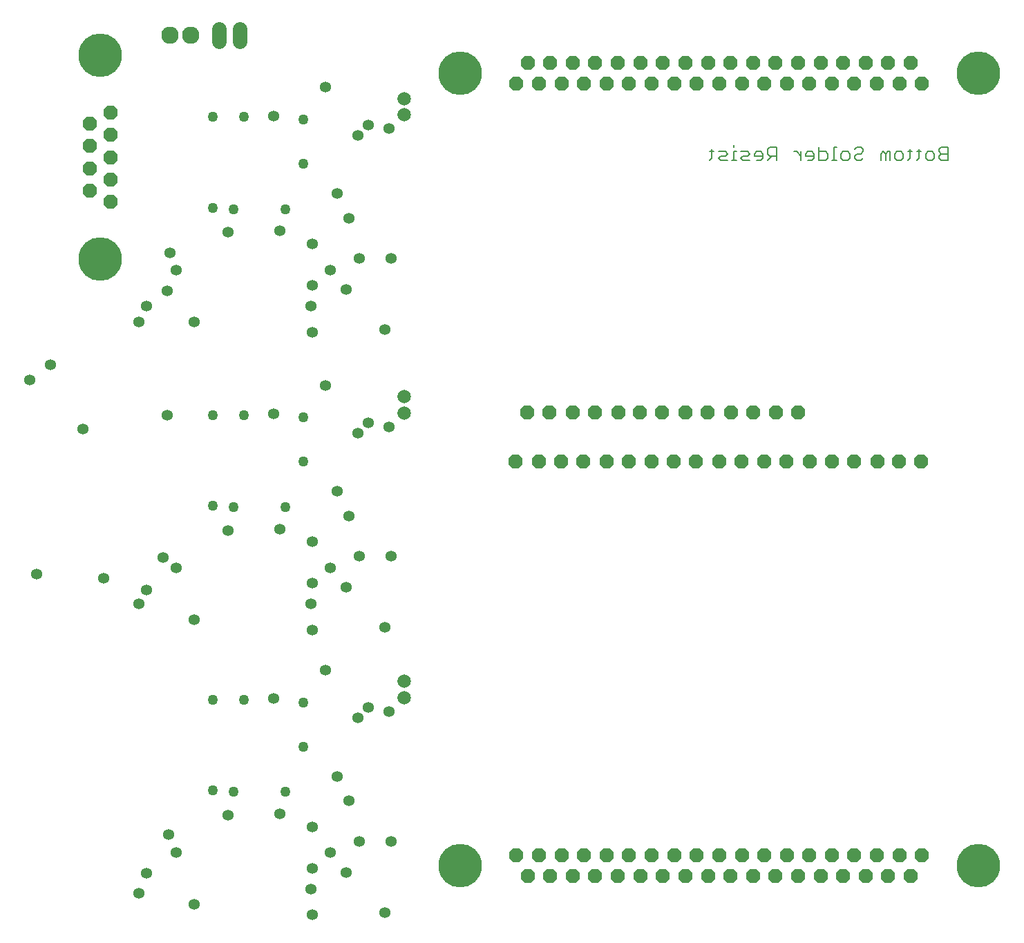
<source format=gbs>
G75*
%MOIN*%
%OFA0B0*%
%FSLAX25Y25*%
%IPPOS*%
%LPD*%
%AMOC8*
5,1,8,0,0,1.08239X$1,22.5*
%
%ADD10C,0.00600*%
%ADD11C,0.05543*%
%ADD12C,0.06528*%
%ADD13OC8,0.06000*%
%ADD14OC8,0.06984*%
%ADD15C,0.20000*%
%ADD16C,0.20984*%
%ADD17C,0.06000*%
%ADD18C,0.06984*%
%ADD19C,0.07400*%
%ADD20C,0.08384*%
%ADD21C,0.03969*%
%ADD22C,0.04953*%
%ADD23C,0.04362*%
%ADD24C,0.05346*%
D10*
X0471269Y0440550D02*
X0472336Y0441618D01*
X0472336Y0445888D01*
X0471269Y0444820D02*
X0473404Y0444820D01*
X0475579Y0444820D02*
X0478782Y0444820D01*
X0479849Y0443753D01*
X0478782Y0442685D01*
X0476647Y0442685D01*
X0475579Y0441618D01*
X0476647Y0440550D01*
X0479849Y0440550D01*
X0482011Y0440550D02*
X0484146Y0440550D01*
X0483079Y0440550D02*
X0483079Y0444820D01*
X0484146Y0444820D01*
X0486321Y0444820D02*
X0489524Y0444820D01*
X0490592Y0443753D01*
X0489524Y0442685D01*
X0487389Y0442685D01*
X0486321Y0441618D01*
X0487389Y0440550D01*
X0490592Y0440550D01*
X0492767Y0442685D02*
X0497037Y0442685D01*
X0497037Y0441618D02*
X0497037Y0443753D01*
X0495970Y0444820D01*
X0493835Y0444820D01*
X0492767Y0443753D01*
X0492767Y0442685D01*
X0493835Y0440550D02*
X0495970Y0440550D01*
X0497037Y0441618D01*
X0499212Y0440550D02*
X0501348Y0442685D01*
X0500280Y0442685D02*
X0503483Y0442685D01*
X0503483Y0440550D02*
X0503483Y0446955D01*
X0500280Y0446955D01*
X0499212Y0445888D01*
X0499212Y0443753D01*
X0500280Y0442685D01*
X0512097Y0444820D02*
X0513164Y0444820D01*
X0515300Y0442685D01*
X0515300Y0440550D02*
X0515300Y0444820D01*
X0517475Y0443753D02*
X0517475Y0442685D01*
X0521745Y0442685D01*
X0521745Y0441618D02*
X0521745Y0443753D01*
X0520677Y0444820D01*
X0518542Y0444820D01*
X0517475Y0443753D01*
X0518542Y0440550D02*
X0520677Y0440550D01*
X0521745Y0441618D01*
X0523920Y0440550D02*
X0527123Y0440550D01*
X0528191Y0441618D01*
X0528191Y0443753D01*
X0527123Y0444820D01*
X0523920Y0444820D01*
X0523920Y0446955D02*
X0523920Y0440550D01*
X0530352Y0440550D02*
X0532488Y0440550D01*
X0531420Y0440550D02*
X0531420Y0446955D01*
X0532488Y0446955D01*
X0534663Y0443753D02*
X0535730Y0444820D01*
X0537865Y0444820D01*
X0538933Y0443753D01*
X0538933Y0441618D01*
X0537865Y0440550D01*
X0535730Y0440550D01*
X0534663Y0441618D01*
X0534663Y0443753D01*
X0541108Y0442685D02*
X0541108Y0441618D01*
X0542176Y0440550D01*
X0544311Y0440550D01*
X0545379Y0441618D01*
X0544311Y0443753D02*
X0542176Y0443753D01*
X0541108Y0442685D01*
X0541108Y0445888D02*
X0542176Y0446955D01*
X0544311Y0446955D01*
X0545379Y0445888D01*
X0545379Y0444820D01*
X0544311Y0443753D01*
X0553999Y0443753D02*
X0553999Y0440550D01*
X0556134Y0440550D02*
X0556134Y0443753D01*
X0555067Y0444820D01*
X0553999Y0443753D01*
X0556134Y0443753D02*
X0557202Y0444820D01*
X0558270Y0444820D01*
X0558270Y0440550D01*
X0560445Y0441618D02*
X0560445Y0443753D01*
X0561512Y0444820D01*
X0563647Y0444820D01*
X0564715Y0443753D01*
X0564715Y0441618D01*
X0563647Y0440550D01*
X0561512Y0440550D01*
X0560445Y0441618D01*
X0566877Y0440550D02*
X0567944Y0441618D01*
X0567944Y0445888D01*
X0566877Y0444820D02*
X0569012Y0444820D01*
X0571174Y0444820D02*
X0573309Y0444820D01*
X0572241Y0445888D02*
X0572241Y0441618D01*
X0571174Y0440550D01*
X0575484Y0441618D02*
X0575484Y0443753D01*
X0576552Y0444820D01*
X0578687Y0444820D01*
X0579755Y0443753D01*
X0579755Y0441618D01*
X0578687Y0440550D01*
X0576552Y0440550D01*
X0575484Y0441618D01*
X0581930Y0441618D02*
X0582997Y0440550D01*
X0586200Y0440550D01*
X0586200Y0446955D01*
X0582997Y0446955D01*
X0581930Y0445888D01*
X0581930Y0444820D01*
X0582997Y0443753D01*
X0586200Y0443753D01*
X0582997Y0443753D02*
X0581930Y0442685D01*
X0581930Y0441618D01*
X0483079Y0446955D02*
X0483079Y0448023D01*
D11*
X0324000Y0462563D03*
X0324000Y0470437D03*
X0324000Y0326687D03*
X0324000Y0318813D03*
X0324000Y0189187D03*
X0324000Y0181313D03*
D12*
X0324000Y0181313D03*
X0324000Y0189187D03*
X0324000Y0318813D03*
X0324000Y0326687D03*
X0324000Y0462563D03*
X0324000Y0470437D03*
D13*
X0378075Y0477750D03*
X0388975Y0477750D03*
X0399775Y0477750D03*
X0410675Y0477750D03*
X0421575Y0477750D03*
X0432375Y0477750D03*
X0443275Y0477750D03*
X0454175Y0477750D03*
X0464975Y0477750D03*
X0475875Y0477750D03*
X0486775Y0477750D03*
X0497575Y0477750D03*
X0508475Y0477750D03*
X0519375Y0477750D03*
X0530275Y0477750D03*
X0541075Y0477750D03*
X0551975Y0477750D03*
X0562875Y0477750D03*
X0573675Y0477750D03*
X0568275Y0487750D03*
X0557375Y0487750D03*
X0546575Y0487750D03*
X0535675Y0487750D03*
X0524775Y0487750D03*
X0513975Y0487750D03*
X0503075Y0487750D03*
X0492175Y0487750D03*
X0481275Y0487750D03*
X0470475Y0487750D03*
X0459575Y0487750D03*
X0448675Y0487750D03*
X0437875Y0487750D03*
X0426975Y0487750D03*
X0416075Y0487750D03*
X0405275Y0487750D03*
X0394375Y0487750D03*
X0383475Y0487750D03*
X0182125Y0463725D03*
X0172125Y0458325D03*
X0182125Y0452925D03*
X0172125Y0447525D03*
X0182125Y0442125D03*
X0172125Y0436725D03*
X0182125Y0431325D03*
X0172125Y0425925D03*
X0182125Y0420525D03*
X0383375Y0319000D03*
X0394000Y0319000D03*
X0405250Y0319000D03*
X0415875Y0319000D03*
X0427125Y0319000D03*
X0437750Y0319000D03*
X0448375Y0319000D03*
X0459625Y0319000D03*
X0470250Y0319000D03*
X0481500Y0319000D03*
X0492125Y0319000D03*
X0503375Y0319000D03*
X0514000Y0319000D03*
X0508375Y0295250D03*
X0497750Y0295250D03*
X0486500Y0295250D03*
X0475875Y0295250D03*
X0464625Y0295250D03*
X0454000Y0295250D03*
X0443375Y0295250D03*
X0432125Y0295250D03*
X0421500Y0295250D03*
X0410250Y0295250D03*
X0399625Y0295250D03*
X0389000Y0295250D03*
X0377750Y0295250D03*
X0519625Y0295250D03*
X0530250Y0295250D03*
X0540875Y0295250D03*
X0552125Y0295250D03*
X0562750Y0295250D03*
X0573375Y0295250D03*
X0573675Y0105250D03*
X0562775Y0105250D03*
X0551975Y0105250D03*
X0541075Y0105250D03*
X0530175Y0105250D03*
X0519375Y0105250D03*
X0508475Y0105250D03*
X0497575Y0105250D03*
X0486775Y0105250D03*
X0475875Y0105250D03*
X0464975Y0105250D03*
X0454175Y0105250D03*
X0443275Y0105250D03*
X0432375Y0105250D03*
X0421475Y0105250D03*
X0410675Y0105250D03*
X0399775Y0105250D03*
X0388875Y0105250D03*
X0378075Y0105250D03*
X0383475Y0095250D03*
X0394375Y0095250D03*
X0405175Y0095250D03*
X0416075Y0095250D03*
X0426975Y0095250D03*
X0437875Y0095250D03*
X0448675Y0095250D03*
X0459575Y0095250D03*
X0470475Y0095250D03*
X0481275Y0095250D03*
X0492175Y0095250D03*
X0503075Y0095250D03*
X0513875Y0095250D03*
X0524775Y0095250D03*
X0535675Y0095250D03*
X0546475Y0095250D03*
X0557375Y0095250D03*
X0568275Y0095250D03*
D14*
X0568275Y0095250D03*
X0557375Y0095250D03*
X0546475Y0095250D03*
X0535675Y0095250D03*
X0524775Y0095250D03*
X0513875Y0095250D03*
X0503075Y0095250D03*
X0492175Y0095250D03*
X0481275Y0095250D03*
X0470475Y0095250D03*
X0459575Y0095250D03*
X0448675Y0095250D03*
X0437875Y0095250D03*
X0426975Y0095250D03*
X0416075Y0095250D03*
X0405175Y0095250D03*
X0394375Y0095250D03*
X0383475Y0095250D03*
X0378075Y0105250D03*
X0388875Y0105250D03*
X0399775Y0105250D03*
X0410675Y0105250D03*
X0421475Y0105250D03*
X0432375Y0105250D03*
X0443275Y0105250D03*
X0454175Y0105250D03*
X0464975Y0105250D03*
X0475875Y0105250D03*
X0486775Y0105250D03*
X0497575Y0105250D03*
X0508475Y0105250D03*
X0519375Y0105250D03*
X0530175Y0105250D03*
X0541075Y0105250D03*
X0551975Y0105250D03*
X0562775Y0105250D03*
X0573675Y0105250D03*
X0573375Y0295250D03*
X0562750Y0295250D03*
X0552125Y0295250D03*
X0540875Y0295250D03*
X0530250Y0295250D03*
X0519625Y0295250D03*
X0508375Y0295250D03*
X0497750Y0295250D03*
X0486500Y0295250D03*
X0475875Y0295250D03*
X0464625Y0295250D03*
X0454000Y0295250D03*
X0443375Y0295250D03*
X0432125Y0295250D03*
X0421500Y0295250D03*
X0410250Y0295250D03*
X0399625Y0295250D03*
X0389000Y0295250D03*
X0377750Y0295250D03*
X0383375Y0319000D03*
X0394000Y0319000D03*
X0405250Y0319000D03*
X0415875Y0319000D03*
X0427125Y0319000D03*
X0437750Y0319000D03*
X0448375Y0319000D03*
X0459625Y0319000D03*
X0470250Y0319000D03*
X0481500Y0319000D03*
X0492125Y0319000D03*
X0503375Y0319000D03*
X0514000Y0319000D03*
X0519375Y0477750D03*
X0530275Y0477750D03*
X0541075Y0477750D03*
X0551975Y0477750D03*
X0562875Y0477750D03*
X0573675Y0477750D03*
X0568275Y0487750D03*
X0557375Y0487750D03*
X0546575Y0487750D03*
X0535675Y0487750D03*
X0524775Y0487750D03*
X0513975Y0487750D03*
X0503075Y0487750D03*
X0492175Y0487750D03*
X0481275Y0487750D03*
X0470475Y0487750D03*
X0459575Y0487750D03*
X0448675Y0487750D03*
X0437875Y0487750D03*
X0426975Y0487750D03*
X0416075Y0487750D03*
X0405275Y0487750D03*
X0394375Y0487750D03*
X0383475Y0487750D03*
X0378075Y0477750D03*
X0388975Y0477750D03*
X0399775Y0477750D03*
X0410675Y0477750D03*
X0421575Y0477750D03*
X0432375Y0477750D03*
X0443275Y0477750D03*
X0454175Y0477750D03*
X0464975Y0477750D03*
X0475875Y0477750D03*
X0486775Y0477750D03*
X0497575Y0477750D03*
X0508475Y0477750D03*
X0182125Y0463725D03*
X0172125Y0458325D03*
X0182125Y0452925D03*
X0172125Y0447525D03*
X0182125Y0442125D03*
X0172125Y0436725D03*
X0182125Y0431325D03*
X0172125Y0425925D03*
X0182125Y0420525D03*
D15*
X0177125Y0392825D03*
X0177125Y0491425D03*
X0350875Y0482750D03*
X0600875Y0482750D03*
X0600875Y0100250D03*
X0350875Y0100250D03*
D16*
X0350875Y0100250D03*
X0600875Y0100250D03*
X0177125Y0392825D03*
X0177125Y0491425D03*
X0350875Y0482750D03*
X0600875Y0482750D03*
D17*
X0244625Y0497875D02*
X0244625Y0503875D01*
X0234625Y0503875D02*
X0234625Y0497875D01*
D18*
X0234625Y0503875D01*
X0244625Y0503875D02*
X0244625Y0497875D01*
D19*
X0220875Y0500875D03*
X0210875Y0500875D03*
D20*
X0210875Y0500875D03*
X0220875Y0500875D03*
D21*
X0231500Y0461500D03*
X0246500Y0461500D03*
X0275250Y0460250D03*
X0275250Y0439000D03*
X0266500Y0417125D03*
X0241500Y0417125D03*
X0231500Y0417750D03*
X0231500Y0317750D03*
X0246500Y0317750D03*
X0275250Y0316500D03*
X0275250Y0295250D03*
X0266500Y0273375D03*
X0241500Y0273375D03*
X0231500Y0274000D03*
X0231500Y0180250D03*
X0246500Y0180250D03*
X0275250Y0179000D03*
X0275250Y0157750D03*
X0266500Y0135875D03*
X0241500Y0135875D03*
X0231500Y0136500D03*
D22*
X0231500Y0136500D03*
X0241500Y0135875D03*
X0266500Y0135875D03*
X0275250Y0157750D03*
X0275250Y0179000D03*
X0246500Y0180250D03*
X0231500Y0180250D03*
X0241500Y0273375D03*
X0231500Y0274000D03*
X0266500Y0273375D03*
X0275250Y0295250D03*
X0275250Y0316500D03*
X0246500Y0317750D03*
X0231500Y0317750D03*
X0241500Y0417125D03*
X0231500Y0417750D03*
X0266500Y0417125D03*
X0275250Y0439000D03*
X0275250Y0460250D03*
X0246500Y0461500D03*
X0231500Y0461500D03*
D23*
X0260875Y0462125D03*
X0285875Y0475875D03*
X0306500Y0457750D03*
X0301500Y0452750D03*
X0316500Y0455875D03*
X0291500Y0424625D03*
X0297125Y0412750D03*
X0279625Y0400250D03*
X0264000Y0406500D03*
X0239000Y0405875D03*
X0210875Y0395875D03*
X0214000Y0387750D03*
X0209625Y0377750D03*
X0199625Y0370250D03*
X0195875Y0362750D03*
X0222750Y0362750D03*
X0279000Y0370250D03*
X0279625Y0380250D03*
X0288375Y0387750D03*
X0295875Y0378375D03*
X0302125Y0393375D03*
X0317750Y0393375D03*
X0314625Y0359000D03*
X0279625Y0357750D03*
X0285875Y0332125D03*
X0306500Y0314000D03*
X0301500Y0309000D03*
X0316500Y0312125D03*
X0291500Y0280875D03*
X0297125Y0269000D03*
X0302125Y0249625D03*
X0288375Y0244000D03*
X0279625Y0236500D03*
X0279000Y0226500D03*
X0279625Y0214000D03*
X0295875Y0234625D03*
X0317750Y0249625D03*
X0314625Y0215250D03*
X0285875Y0194625D03*
X0306500Y0176500D03*
X0301500Y0171500D03*
X0316500Y0174625D03*
X0291500Y0143375D03*
X0297125Y0131500D03*
X0279625Y0119000D03*
X0264000Y0125250D03*
X0239000Y0124625D03*
X0210250Y0115250D03*
X0214000Y0106500D03*
X0199625Y0096500D03*
X0195875Y0087125D03*
X0222750Y0081500D03*
X0279000Y0089000D03*
X0279625Y0099000D03*
X0288375Y0106500D03*
X0295875Y0097125D03*
X0302125Y0112125D03*
X0317750Y0112125D03*
X0314625Y0077750D03*
X0279625Y0076500D03*
X0260875Y0180875D03*
X0222750Y0219000D03*
X0199625Y0233375D03*
X0195875Y0226500D03*
X0179000Y0239000D03*
X0207750Y0249000D03*
X0214000Y0244000D03*
X0239000Y0262125D03*
X0264000Y0262750D03*
X0279625Y0256500D03*
X0260875Y0318375D03*
X0209625Y0317750D03*
X0169000Y0310875D03*
X0143375Y0334625D03*
X0153375Y0342125D03*
X0172350Y0436500D03*
X0146500Y0240875D03*
D24*
X0195875Y0087125D03*
X0199625Y0096500D03*
X0214000Y0106500D03*
X0210250Y0115250D03*
X0239000Y0124625D03*
X0264000Y0125250D03*
X0279625Y0119000D03*
X0288375Y0106500D03*
X0295875Y0097125D03*
X0302125Y0112125D03*
X0317750Y0112125D03*
X0297125Y0131500D03*
X0291500Y0143375D03*
X0301500Y0171500D03*
X0306500Y0176500D03*
X0316500Y0174625D03*
X0285875Y0194625D03*
X0260875Y0180875D03*
X0279625Y0214000D03*
X0279000Y0226500D03*
X0279625Y0236500D03*
X0288375Y0244000D03*
X0302125Y0249625D03*
X0317750Y0249625D03*
X0295875Y0234625D03*
X0314625Y0215250D03*
X0279625Y0256500D03*
X0264000Y0262750D03*
X0239000Y0262125D03*
X0214000Y0244000D03*
X0207750Y0249000D03*
X0199625Y0233375D03*
X0195875Y0226500D03*
X0179000Y0239000D03*
X0146500Y0240875D03*
X0222750Y0219000D03*
X0297125Y0269000D03*
X0291500Y0280875D03*
X0301500Y0309000D03*
X0306500Y0314000D03*
X0316500Y0312125D03*
X0285875Y0332125D03*
X0260875Y0318375D03*
X0279625Y0357750D03*
X0279000Y0370250D03*
X0279625Y0380250D03*
X0288375Y0387750D03*
X0295875Y0378375D03*
X0302125Y0393375D03*
X0317750Y0393375D03*
X0297125Y0412750D03*
X0291500Y0424625D03*
X0279625Y0400250D03*
X0264000Y0406500D03*
X0239000Y0405875D03*
X0210875Y0395875D03*
X0214000Y0387750D03*
X0209625Y0377750D03*
X0199625Y0370250D03*
X0195875Y0362750D03*
X0222750Y0362750D03*
X0209625Y0317750D03*
X0169000Y0310875D03*
X0143375Y0334625D03*
X0153375Y0342125D03*
X0172350Y0436500D03*
X0260875Y0462125D03*
X0285875Y0475875D03*
X0306500Y0457750D03*
X0301500Y0452750D03*
X0316500Y0455875D03*
X0314625Y0359000D03*
X0279625Y0099000D03*
X0279000Y0089000D03*
X0279625Y0076500D03*
X0314625Y0077750D03*
X0222750Y0081500D03*
M02*

</source>
